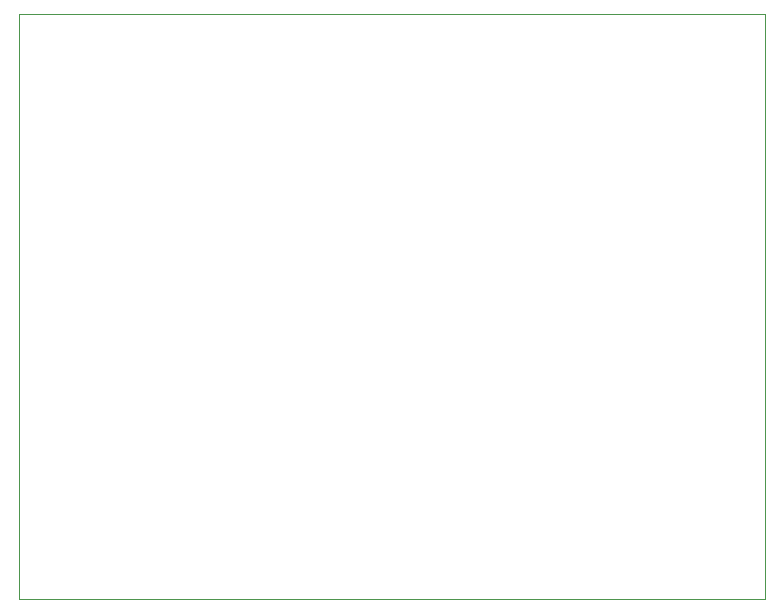
<source format=gbp>
G75*
%MOIN*%
%OFA0B0*%
%FSLAX25Y25*%
%IPPOS*%
%LPD*%
%AMOC8*
5,1,8,0,0,1.08239X$1,22.5*
%
%ADD10C,0.00000*%
D10*
X0001000Y0001000D02*
X0001000Y0195961D01*
X0249701Y0195961D01*
X0249701Y0001000D01*
X0001000Y0001000D01*
M02*

</source>
